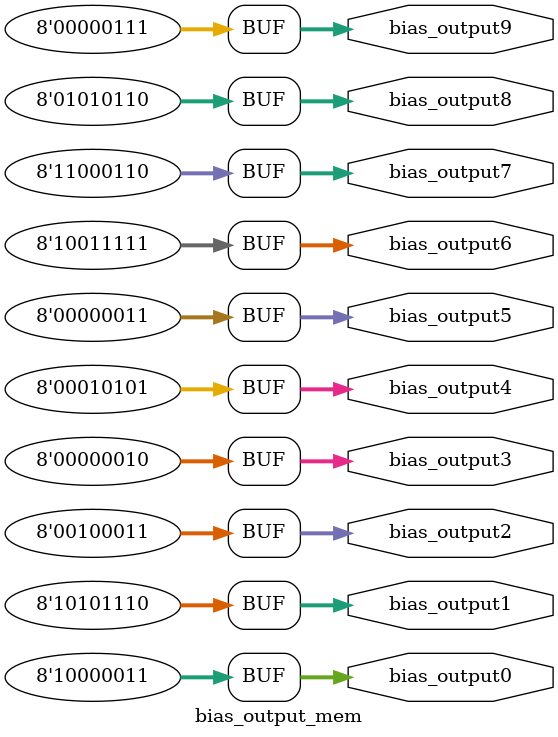
<source format=v>
module bias_output_mem(
    bias_output0, bias_output1, bias_output2, bias_output3, bias_output4, bias_output5, bias_output6, bias_output7, bias_output8, bias_output9
);
    output [7 : 0] bias_output0, bias_output1, bias_output2, bias_output3, bias_output4, bias_output5, bias_output6, bias_output7, bias_output8, bias_output9;

    assign bias_output0 = 8'b10000011;
    assign bias_output1 = 8'b10101110;
    assign bias_output2 = 8'b00100011;
    assign bias_output3 = 8'b00000010;
    assign bias_output4 = 8'b00010101;
    assign bias_output5 = 8'b00000011;
    assign bias_output6 = 8'b10011111;
    assign bias_output7 = 8'b11000110;
    assign bias_output8 = 8'b01010110;
    assign bias_output9 = 8'b00000111;
endmodule
</source>
